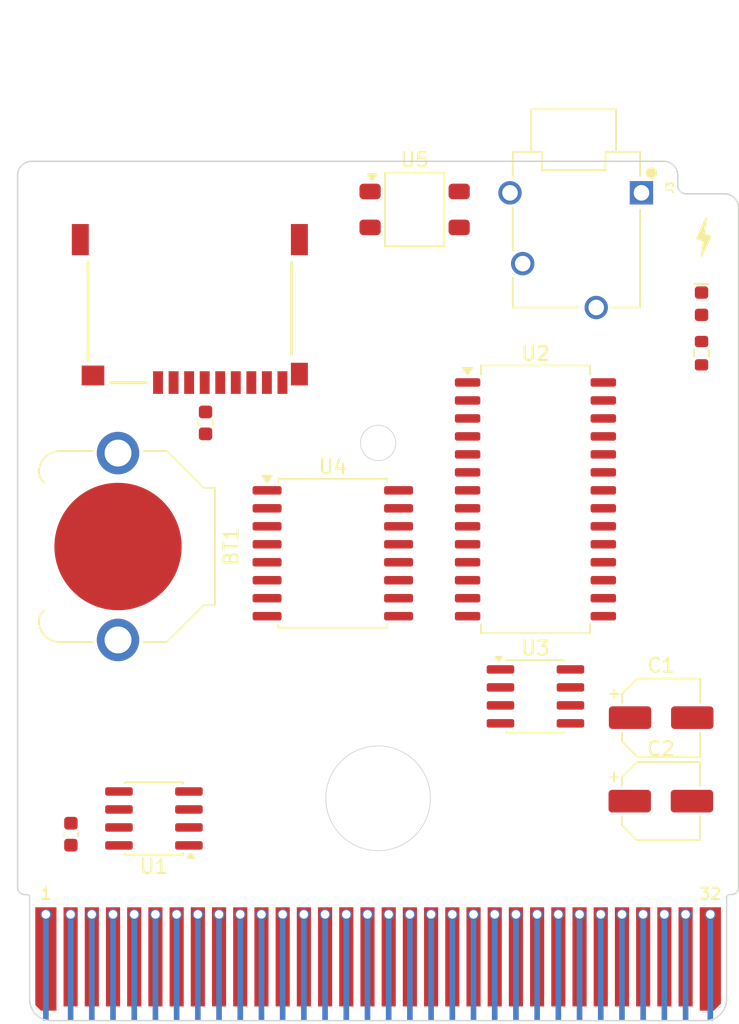
<source format=kicad_pcb>
(kicad_pcb (version 20241229) (generator "pcbnew") (generator_version "9.0")
  (layers (0 "F.Cu" signal) (2 "B.Cu" signal) (13 "F.Paste" user) (15 "B.Paste" user) (5 "F.SilkS" user "F.Silkscreen") (7 "B.SilkS" user "B.Silkscreen") (1 "F.Mask" user) (3 "B.Mask" user) (25 "Edge.Cuts" user))
  (net 0 "")
  (net 1 "SPI1_SCK")
  (net 2 "I2C0_SDA")
  (net 3 "HSTX7")
  (net 4 "I2C0_SCL")
  (net 5 "QSPI_D0")
  (net 6 "HSTX6")
  (net 7 "+5V")
  (net 8 "HSTX3")
  (net 9 "I2S_WSEL")
  (net 10 "HSTX2")
  (net 11 "ADC1")
  (net 12 "QSPI_D3")
  (net 13 "QSPI_CS")
  (net 14 "QSPI_D2")
  (net 15 "ADC0")
  (net 16 "HSTX5")
  (net 17 "I2S_MCLK")
  (net 18 "QSPI_D1")
  (net 19 "SD_CS")
  (net 20 "HSTX4")
  (net 21 "HSTX0")
  (net 22 "I2S_SDATA")
  (net 23 "SD_DETECT")
  (net 24 "???")
  (net 25 "HSTX1")
  (net 26 "SPI1_MISO")
  (net 27 "SPI1_MOSI")
  (net 28 "I2S_BCLK")
  (net 29 "QSPI_SCK")
  (net 30 "Net-(D1-A)")
  (net 31 "GND")
  (net 32 "+3V3")
  (net 75 "Net-(U4-GND-Pad10)")
  (net 89 "Net-(U5-GND-Pad1)")
  (footprint "Connector_GameBoy:GameBoy_GamePak_CGB-002_P1.50mm_Edge" (layer "F.Cu") (at 150 130.8)
    (property "Reference" "J1" (hide yes))
    (property "Value" "GameBoy_GamePak_CGB-002" (hide yes))
    (fp_poly (pts (xy -23.3 0) (xy -23.7 0) (xy -23.7 -7.2) (xy -23.3 -7.2)) (fill yes) (layer "B.Cu"))
    (fp_poly (pts (xy -21.55 0) (xy -21.95 0) (xy -21.95 -7.2) (xy -21.55 -7.2)) (fill yes) (layer "B.Cu"))
    (fp_poly (pts (xy -20.05 0) (xy -20.45 0) (xy -20.45 -7.2) (xy -20.05 -7.2)) (fill yes) (layer "B.Cu"))
    (fp_poly (pts (xy -18.55 0) (xy -18.95 0) (xy -18.95 -7.2) (xy -18.55 -7.2)) (fill yes) (layer "B.Cu"))
    (fp_poly (pts (xy -17.05 0) (xy -17.45 0) (xy -17.45 -7.2) (xy -17.05 -7.2)) (fill yes) (layer "B.Cu"))
    (fp_poly (pts (xy -15.55 0) (xy -15.95 0) (xy -15.95 -7.2) (xy -15.55 -7.2)) (fill yes) (layer "B.Cu"))
    (fp_poly (pts (xy -14.05 0) (xy -14.45 0) (xy -14.45 -7.2) (xy -14.05 -7.2)) (fill yes) (layer "B.Cu"))
    (fp_poly (pts (xy -12.55 0) (xy -12.95 0) (xy -12.95 -7.2) (xy -12.55 -7.2)) (fill yes) (layer "B.Cu"))
    (fp_poly (pts (xy -11.05 0) (xy -11.45 0) (xy -11.45 -7.2) (xy -11.05 -7.2)) (fill yes) (layer "B.Cu"))
    (fp_poly (pts (xy -9.55 0) (xy -9.95 0) (xy -9.95 -7.2) (xy -9.55 -7.2)) (fill yes) (layer "B.Cu"))
    (fp_poly (pts (xy -8.05 0) (xy -8.45 0) (xy -8.45 -7.2) (xy -8.05 -7.2)) (fill yes) (layer "B.Cu"))
    (fp_poly (pts (xy -6.55 0) (xy -6.95 0) (xy -6.95 -7.2) (xy -6.55 -7.2)) (fill yes) (layer "B.Cu"))
    (fp_poly (pts (xy -5.05 0) (xy -5.45 0) (xy -5.45 -7.2) (xy -5.05 -7.2)) (fill yes) (layer "B.Cu"))
    (fp_poly (pts (xy -3.55 0) (xy -3.95 0) (xy -3.95 -7.2) (xy -3.55 -7.2)) (fill yes) (layer "B.Cu"))
    (fp_poly (pts (xy -2.05 0) (xy -2.45 0) (xy -2.45 -7.2) (xy -2.05 -7.2)) (fill yes) (layer "B.Cu"))
    (fp_poly (pts (xy -0.55 0) (xy -0.95 0) (xy -0.95 -7.2) (xy -0.55 -7.2)) (fill yes) (layer "B.Cu"))
    (fp_poly (pts (xy 0.95 0) (xy 0.55 0) (xy 0.55 -7.2) (xy 0.95 -7.2)) (fill yes) (layer "B.Cu"))
    (fp_poly (pts (xy 2.45 0) (xy 2.05 0) (xy 2.05 -7.2) (xy 2.45 -7.2)) (fill yes) (layer "B.Cu"))
    (fp_poly (pts (xy 3.95 0) (xy 3.55 0) (xy 3.55 -7.2) (xy 3.95 -7.2)) (fill yes) (layer "B.Cu"))
    (fp_poly (pts (xy 5.45 0) (xy 5.05 0) (xy 5.05 -7.2) (xy 5.45 -7.2)) (fill yes) (layer "B.Cu"))
    (fp_poly (pts (xy 6.95 0) (xy 6.55 0) (xy 6.55 -7.2) (xy 6.95 -7.2)) (fill yes) (layer "B.Cu"))
    (fp_poly (pts (xy 8.45 0) (xy 8.05 0) (xy 8.05 -7.2) (xy 8.45 -7.2)) (fill yes) (layer "B.Cu"))
    (fp_poly (pts (xy 9.95 0) (xy 9.55 0) (xy 9.55 -7.2) (xy 9.95 -7.2)) (fill yes) (layer "B.Cu"))
    (fp_poly (pts (xy 11.45 0) (xy 11.05 0) (xy 11.05 -7.2) (xy 11.45 -7.2)) (fill yes) (layer "B.Cu"))
    (fp_poly (pts (xy 12.95 0) (xy 12.55 0) (xy 12.55 -7.2) (xy 12.95 -7.2)) (fill yes) (layer "B.Cu"))
    (fp_poly (pts (xy 14.45 0) (xy 14.05 0) (xy 14.05 -7.2) (xy 14.45 -7.2)) (fill yes) (layer "B.Cu"))
    (fp_poly (pts (xy 15.95 0) (xy 15.55 0) (xy 15.55 -7.2) (xy 15.95 -7.2)) (fill yes) (layer "B.Cu"))
    (fp_poly (pts (xy 17.45 0) (xy 17.05 0) (xy 17.05 -7.2) (xy 17.45 -7.2)) (fill yes) (layer "B.Cu"))
    (fp_poly (pts (xy 18.95 0) (xy 18.55 0) (xy 18.55 -7.2) (xy 18.95 -7.2)) (fill yes) (layer "B.Cu"))
    (fp_poly (pts (xy 20.45 0) (xy 20.05 0) (xy 20.05 -7.2) (xy 20.45 -7.2)) (fill yes) (layer "B.Cu"))
    (fp_poly (pts (xy 21.95 0) (xy 21.55 0) (xy 21.55 -7.2) (xy 21.95 -7.2)) (fill yes) (layer "B.Cu"))
    (fp_poly (pts (xy 23.7 0) (xy 23.3 0) (xy 23.3 -7.2) (xy 23.7 -7.2)) (fill yes) (layer "B.Cu"))
    (fp_text user "32" (at 23.5 -8.95 0) (layer "F.SilkS") (effects (font (size 0.8 0.8))))
    (fp_text user "1" (at -23.5 -8.95 0) (layer "F.SilkS") (effects (font (size 0.8 0.8))))
    (pad "1" thru_hole circle (at -23.5 -7.5) (size 0.8 0.8) (drill 0.6) (layers "*.Cu" "*.Mask") (net 31 "GND"))
    (pad "1" connect custom (at -23.5 -7.5) (size 0.8 0.8) (layers "F.Cu") (net 31 "GND") (options (clearance outline) (anchor rect)) (primitives (gr_poly (pts (xy -0.75 6.4) (xy -0.75 -0.5) (xy 0.75 -0.5) (xy 0.75 6.8) (xy -0.35 6.8)) (width 0) (fill yes))))
    (pad "2" thru_hole circle (at -21.75 -7.5) (size 0.8 0.8) (drill 0.6) (layers "*.Cu" "*.Mask") (net 12 "QSPI_D3"))
    (pad "2" connect custom (at -21.75 -7.5) (size 0.8 0.8) (layers "F.Cu") (net 12 "QSPI_D3") (options (clearance outline) (anchor rect)) (primitives (gr_poly (pts (xy 0.5 6.5) (xy -0.5 6.5) (xy -0.5 -0.5) (xy 0.5 -0.5)) (width 0) (fill yes))))
    (pad "3" thru_hole circle (at -20.25 -7.5) (size 0.8 0.8) (drill 0.6) (layers "*.Cu" "*.Mask") (net 29 "QSPI_SCK"))
    (pad "3" connect custom (at -20.25 -7.5) (size 0.8 0.8) (layers "F.Cu") (net 29 "QSPI_SCK") (options (clearance outline) (anchor rect)) (primitives (gr_poly (pts (xy 0.5 6.5) (xy -0.5 6.5) (xy -0.5 -0.5) (xy 0.5 -0.5)) (width 0) (fill yes))))
    (pad "4" thru_hole circle (at -18.75 -7.5) (size 0.8 0.8) (drill 0.6) (layers "*.Cu" "*.Mask") (net 5 "QSPI_D0"))
    (pad "4" connect custom (at -18.75 -7.5) (size 0.8 0.8) (layers "F.Cu") (net 5 "QSPI_D0") (options (clearance outline) (anchor rect)) (primitives (gr_poly (pts (xy 0.5 6.5) (xy -0.5 6.5) (xy -0.5 -0.5) (xy 0.5 -0.5)) (width 0) (fill yes))))
    (pad "5" thru_hole circle (at -17.25 -7.5) (size 0.8 0.8) (drill 0.6) (layers "*.Cu" "*.Mask") (net 14 "QSPI_D2"))
    (pad "5" connect custom (at -17.25 -7.5) (size 0.8 0.8) (layers "F.Cu") (net 14 "QSPI_D2") (options (clearance outline) (anchor rect)) (primitives (gr_poly (pts (xy 0.5 6.5) (xy -0.5 6.5) (xy -0.5 -0.5) (xy 0.5 -0.5)) (width 0) (fill yes))))
    (pad "6" thru_hole circle (at -15.75 -7.5) (size 0.8 0.8) (drill 0.6) (layers "*.Cu" "*.Mask") (net 18 "QSPI_D1"))
    (pad "6" connect custom (at -15.75 -7.5) (size 0.8 0.8) (layers "F.Cu") (net 18 "QSPI_D1") (options (clearance outline) (anchor rect)) (primitives (gr_poly (pts (xy 0.5 6.5) (xy -0.5 6.5) (xy -0.5 -0.5) (xy 0.5 -0.5)) (width 0) (fill yes))))
    (pad "7" thru_hole circle (at -14.25 -7.5) (size 0.8 0.8) (drill 0.6) (layers "*.Cu" "*.Mask") (net 13 "QSPI_CS"))
    (pad "7" connect custom (at -14.25 -7.5) (size 0.8 0.8) (layers "F.Cu") (net 13 "QSPI_CS") (options (clearance outline) (anchor rect)) (primitives (gr_poly (pts (xy 0.5 6.5) (xy -0.5 6.5) (xy -0.5 -0.5) (xy 0.5 -0.5)) (width 0) (fill yes))))
    (pad "8" thru_hole circle (at -12.75 -7.5) (size 0.8 0.8) (drill 0.6) (layers "*.Cu" "*.Mask") (net 23 "SD_DETECT"))
    (pad "8" connect custom (at -12.75 -7.5) (size 0.8 0.8) (layers "F.Cu") (net 23 "SD_DETECT") (options (clearance outline) (anchor rect)) (primitives (gr_poly (pts (xy 0.5 6.5) (xy -0.5 6.5) (xy -0.5 -0.5) (xy 0.5 -0.5)) (width 0) (fill yes))))
    (pad "9" thru_hole circle (at -11.25 -7.5) (size 0.8 0.8) (drill 0.6) (layers "*.Cu" "*.Mask") (net 19 "SD_CS"))
    (pad "9" connect custom (at -11.25 -7.5) (size 0.8 0.8) (layers "F.Cu") (net 19 "SD_CS") (options (clearance outline) (anchor rect)) (primitives (gr_poly (pts (xy 0.5 6.5) (xy -0.5 6.5) (xy -0.5 -0.5) (xy 0.5 -0.5)) (width 0) (fill yes))))
    (pad "10" thru_hole circle (at -9.75 -7.5) (size 0.8 0.8) (drill 0.6) (layers "*.Cu" "*.Mask") (net 11 "ADC1"))
    (pad "10" connect custom (at -9.75 -7.5) (size 0.8 0.8) (layers "F.Cu") (net 11 "ADC1") (options (clearance outline) (anchor rect)) (primitives (gr_poly (pts (xy 0.5 6.5) (xy -0.5 6.5) (xy -0.5 -0.5) (xy 0.5 -0.5)) (width 0) (fill yes))))
    (pad "11" thru_hole circle (at -8.25 -7.5) (size 0.8 0.8) (drill 0.6) (layers "*.Cu" "*.Mask") (net 15 "ADC0"))
    (pad "11" connect custom (at -8.25 -7.5) (size 0.8 0.8) (layers "F.Cu") (net 15 "ADC0") (options (clearance outline) (anchor rect)) (primitives (gr_poly (pts (xy 0.5 6.5) (xy -0.5 6.5) (xy -0.5 -0.5) (xy 0.5 -0.5)) (width 0) (fill yes))))
    (pad "12" thru_hole circle (at -6.75 -7.5) (size 0.8 0.8) (drill 0.6) (layers "*.Cu" "*.Mask") (net 1 "SPI1_SCK"))
    (pad "12" connect custom (at -6.75 -7.5) (size 0.8 0.8) (layers "F.Cu") (net 1 "SPI1_SCK") (options (clearance outline) (anchor rect)) (primitives (gr_poly (pts (xy 0.5 6.5) (xy -0.5 6.5) (xy -0.5 -0.5) (xy 0.5 -0.5)) (width 0) (fill yes))))
    (pad "13" thru_hole circle (at -5.25 -7.5) (size 0.8 0.8) (drill 0.6) (layers "*.Cu" "*.Mask") (net 27 "SPI1_MOSI"))
    (pad "13" connect custom (at -5.25 -7.5) (size 0.8 0.8) (layers "F.Cu") (net 27 "SPI1_MOSI") (options (clearance outline) (anchor rect)) (primitives (gr_poly (pts (xy 0.5 6.5) (xy -0.5 6.5) (xy -0.5 -0.5) (xy 0.5 -0.5)) (width 0) (fill yes))))
    (pad "14" thru_hole circle (at -3.75 -7.5) (size 0.8 0.8) (drill 0.6) (layers "*.Cu" "*.Mask") (net 26 "SPI1_MISO"))
    (pad "14" connect custom (at -3.75 -7.5) (size 0.8 0.8) (layers "F.Cu") (net 26 "SPI1_MISO") (options (clearance outline) (anchor rect)) (primitives (gr_poly (pts (xy 0.5 6.5) (xy -0.5 6.5) (xy -0.5 -0.5) (xy 0.5 -0.5)) (width 0) (fill yes))))
    (pad "15" thru_hole circle (at -2.25 -7.5) (size 0.8 0.8) (drill 0.6) (layers "*.Cu" "*.Mask") (net 21 "HSTX0"))
    (pad "15" connect custom (at -2.25 -7.5) (size 0.8 0.8) (layers "F.Cu") (net 21 "HSTX0") (options (clearance outline) (anchor rect)) (primitives (gr_poly (pts (xy 0.5 6.5) (xy -0.5 6.5) (xy -0.5 -0.5) (xy 0.5 -0.5)) (width 0) (fill yes))))
    (pad "16" thru_hole circle (at -0.75 -7.5) (size 0.8 0.8) (drill 0.6) (layers "*.Cu" "*.Mask") (net 25 "HSTX1"))
    (pad "16" connect custom (at -0.75 -7.5) (size 0.8 0.8) (layers "F.Cu") (net 25 "HSTX1") (options (clearance outline) (anchor rect)) (primitives (gr_poly (pts (xy 0.5 6.5) (xy -0.5 6.5) (xy -0.5 -0.5) (xy 0.5 -0.5)) (width 0) (fill yes))))
    (pad "17" thru_hole circle (at 0.75 -7.5) (size 0.8 0.8) (drill 0.6) (layers "*.Cu" "*.Mask") (net 10 "HSTX2"))
    (pad "17" connect custom (at 0.75 -7.5) (size 0.8 0.8) (layers "F.Cu") (net 10 "HSTX2") (options (clearance outline) (anchor rect)) (primitives (gr_poly (pts (xy 0.5 6.5) (xy -0.5 6.5) (xy -0.5 -0.5) (xy 0.5 -0.5)) (width 0) (fill yes))))
    (pad "18" thru_hole circle (at 2.25 -7.5) (size 0.8 0.8) (drill 0.6) (layers "*.Cu" "*.Mask") (net 8 "HSTX3"))
    (pad "18" connect custom (at 2.25 -7.5) (size 0.8 0.8) (layers "F.Cu") (net 8 "HSTX3") (options (clearance outline) (anchor rect)) (primitives (gr_poly (pts (xy 0.5 6.5) (xy -0.5 6.5) (xy -0.5 -0.5) (xy 0.5 -0.5)) (width 0) (fill yes))))
    (pad "19" thru_hole circle (at 3.75 -7.5) (size 0.8 0.8) (drill 0.6) (layers "*.Cu" "*.Mask") (net 20 "HSTX4"))
    (pad "19" connect custom (at 3.75 -7.5) (size 0.8 0.8) (layers "F.Cu") (net 20 "HSTX4") (options (clearance outline) (anchor rect)) (primitives (gr_poly (pts (xy 0.5 6.5) (xy -0.5 6.5) (xy -0.5 -0.5) (xy 0.5 -0.5)) (width 0) (fill yes))))
    (pad "20" thru_hole circle (at 5.25 -7.5) (size 0.8 0.8) (drill 0.6) (layers "*.Cu" "*.Mask") (net 16 "HSTX5"))
    (pad "20" connect custom (at 5.25 -7.5) (size 0.8 0.8) (layers "F.Cu") (net 16 "HSTX5") (options (clearance outline) (anchor rect)) (primitives (gr_poly (pts (xy 0.5 6.5) (xy -0.5 6.5) (xy -0.5 -0.5) (xy 0.5 -0.5)) (width 0) (fill yes))))
    (pad "21" thru_hole circle (at 6.75 -7.5) (size 0.8 0.8) (drill 0.6) (layers "*.Cu" "*.Mask") (net 6 "HSTX6"))
    (pad "21" connect custom (at 6.75 -7.5) (size 0.8 0.8) (layers "F.Cu") (net 6 "HSTX6") (options (clearance outline) (anchor rect)) (primitives (gr_poly (pts (xy 0.5 6.5) (xy -0.5 6.5) (xy -0.5 -0.5) (xy 0.5 -0.5)) (width 0) (fill yes))))
    (pad "22" thru_hole circle (at 8.25 -7.5) (size 0.8 0.8) (drill 0.6) (layers "*.Cu" "*.Mask") (net 3 "HSTX7"))
    (pad "22" connect custom (at 8.25 -7.5) (size 0.8 0.8) (layers "F.Cu") (net 3 "HSTX7") (options (clearance outline) (anchor rect)) (primitives (gr_poly (pts (xy 0.5 6.5) (xy -0.5 6.5) (xy -0.5 -0.5) (xy 0.5 -0.5)) (width 0) (fill yes))))
    (pad "23" thru_hole circle (at 9.75 -7.5) (size 0.8 0.8) (drill 0.6) (layers "*.Cu" "*.Mask") (net 2 "I2C0_SDA"))
    (pad "23" connect custom (at 9.75 -7.5) (size 0.8 0.8) (layers "F.Cu") (net 2 "I2C0_SDA") (options (clearance outline) (anchor rect)) (primitives (gr_poly (pts (xy 0.5 6.5) (xy -0.5 6.5) (xy -0.5 -0.5) (xy 0.5 -0.5)) (width 0) (fill yes))))
    (pad "24" thru_hole circle (at 11.25 -7.5) (size 0.8 0.8) (drill 0.6) (layers "*.Cu" "*.Mask") (net 4 "I2C0_SCL"))
    (pad "24" connect custom (at 11.25 -7.5) (size 0.8 0.8) (layers "F.Cu") (net 4 "I2C0_SCL") (options (clearance outline) (anchor rect)) (primitives (gr_poly (pts (xy 0.5 6.5) (xy -0.5 6.5) (xy -0.5 -0.5) (xy 0.5 -0.5)) (width 0) (fill yes))))
    (pad "25" thru_hole circle (at 12.75 -7.5) (size 0.8 0.8) (drill 0.6) (layers "*.Cu" "*.Mask") (net 24 "???"))
    (pad "25" connect custom (at 12.75 -7.5) (size 0.8 0.8) (layers "F.Cu") (net 24 "???") (options (clearance outline) (anchor rect)) (primitives (gr_poly (pts (xy 0.5 6.5) (xy -0.5 6.5) (xy -0.5 -0.5) (xy 0.5 -0.5)) (width 0) (fill yes))))
    (pad "26" thru_hole circle (at 14.25 -7.5) (size 0.8 0.8) (drill 0.6) (layers "*.Cu" "*.Mask") (net 17 "I2S_MCLK"))
    (pad "26" connect custom (at 14.25 -7.5) (size 0.8 0.8) (layers "F.Cu") (net 17 "I2S_MCLK") (options (clearance outline) (anchor rect)) (primitives (gr_poly (pts (xy 0.5 6.5) (xy -0.5 6.5) (xy -0.5 -0.5) (xy 0.5 -0.5)) (width 0) (fill yes))))
    (pad "27" thru_hole circle (at 15.75 -7.5) (size 0.8 0.8) (drill 0.6) (layers "*.Cu" "*.Mask") (net 28 "I2S_BCLK"))
    (pad "27" connect custom (at 15.75 -7.5) (size 0.8 0.8) (layers "F.Cu") (net 28 "I2S_BCLK") (options (clearance outline) (anchor rect)) (primitives (gr_poly (pts (xy 0.5 6.5) (xy -0.5 6.5) (xy -0.5 -0.5) (xy 0.5 -0.5)) (width 0) (fill yes))))
    (pad "28" thru_hole circle (at 17.25 -7.5) (size 0.8 0.8) (drill 0.6) (layers "*.Cu" "*.Mask") (net 9 "I2S_WSEL"))
    (pad "28" connect custom (at 17.25 -7.5) (size 0.8 0.8) (layers "F.Cu") (net 9 "I2S_WSEL") (options (clearance outline) (anchor rect)) (primitives (gr_poly (pts (xy 0.5 6.5) (xy -0.5 6.5) (xy -0.5 -0.5) (xy 0.5 -0.5)) (width 0) (fill yes))))
    (pad "29" thru_hole circle (at 18.75 -7.5) (size 0.8 0.8) (drill 0.6) (layers "*.Cu" "*.Mask") (net 22 "I2S_SDATA"))
    (pad "29" connect custom (at 18.75 -7.5) (size 0.8 0.8) (layers "F.Cu") (net 22 "I2S_SDATA") (options (clearance outline) (anchor rect)) (primitives (gr_poly (pts (xy 0.5 6.5) (xy -0.5 6.5) (xy -0.5 -0.5) (xy 0.5 -0.5)) (width 0) (fill yes))))
    (pad "30" thru_hole circle (at 20.25 -7.5) (size 0.8 0.8) (drill 0.6) (layers "*.Cu" "*.Mask") (net 32 "+3V3"))
    (pad "30" connect custom (at 20.25 -7.5) (size 0.8 0.8) (layers "F.Cu") (net 32 "+3V3") (options (clearance outline) (anchor rect)) (primitives (gr_poly (pts (xy 0.5 6.5) (xy -0.5 6.5) (xy -0.5 -0.5) (xy 0.5 -0.5)) (width 0) (fill yes))))
    (pad "31" thru_hole circle (at 21.75 -7.5) (size 0.8 0.8) (drill 0.6) (layers "*.Cu" "*.Mask") (net 7 "+5V"))
    (pad "31" connect custom (at 21.75 -7.5) (size 0.8 0.8) (layers "F.Cu") (net 7 "+5V") (options (clearance outline) (anchor rect)) (primitives (gr_poly (pts (xy 0.5 6.5) (xy -0.5 6.5) (xy -0.5 -0.5) (xy 0.5 -0.5)) (width 0) (fill yes))))
    (pad "32" thru_hole circle (at 23.5 -7.5) (size 0.8 0.8) (drill 0.6) (layers "*.Cu" "*.Mask") (net 31 "GND"))
    (pad "32" connect custom (at 23.5 -7.5) (size 0.8 0.8) (layers "F.Cu") (net 31 "GND") (options (clearance outline) (anchor rect)) (primitives (gr_poly (pts (xy -0.75 6.8) (xy -0.75 -0.5) (xy 0.75 -0.5) (xy 0.75 6.3) (xy 0.25 6.8)) (width 0) (fill yes))))
  )
  (footprint "SparkFun-Connector:microSD_External_Pin" (layer "F.Cu") (at 136.68375 75.2325 180)
    (property "Reference" "J2")
    (property "Value" "microSD")
    (fp_line (start 7.2 -8.9) (end 7.2 -2) (stroke (width 0.2032)) (layer "F.SilkS"))
    (fp_line (start 3.1 -10.5) (end 5.6 -10.5) (stroke (width 0.2032)) (layer "F.SilkS"))
    (fp_line (start -7.2 -2) (end -7.2 -8.5) (stroke (width 0.2032)) (layer "F.SilkS"))
    (pad "" np_thru_hole circle (at -4.950001 0 180) (size 1 1) (drill 1) (layers "*.Cu" "*.Mask"))
    (pad "" np_thru_hole circle (at 3.05 0 180) (size 1 1) (drill 1) (layers "*.Cu" "*.Mask"))
    (pad "1" smd rect (at 2.25 -10.5 270) (size 1.6 0.7) (layers "F.Cu" "F.Mask" "F.Paste"))
    (pad "2" smd rect (at 1.15 -10.5 270) (size 1.6 0.7) (layers "F.Cu" "F.Mask" "F.Paste") (net 19 "SD_CS"))
    (pad "3" smd rect (at 0.05 -10.5 270) (size 1.6 0.7) (layers "F.Cu" "F.Mask" "F.Paste") (net 27 "SPI1_MOSI"))
    (pad "4" smd rect (at -1.05 -10.5 270) (size 1.6 0.7) (layers "F.Cu" "F.Mask" "F.Paste") (net 32 "+3V3"))
    (pad "5" smd rect (at -2.15 -10.5 270) (size 1.6 0.7) (layers "F.Cu" "F.Mask" "F.Paste") (net 1 "SPI1_SCK"))
    (pad "6" smd rect (at -3.25 -10.5 270) (size 1.6 0.7) (layers "F.Cu" "F.Mask" "F.Paste") (net 31 "GND"))
    (pad "7" smd rect (at -4.35 -10.5 270) (size 1.6 0.7) (layers "F.Cu" "F.Mask" "F.Paste") (net 26 "SPI1_MISO"))
    (pad "8" smd rect (at -5.45 -10.5 270) (size 1.6 0.7) (layers "F.Cu" "F.Mask" "F.Paste"))
    (pad "9" smd rect (at -6.55 -10.5 270) (size 1.6 0.7) (layers "F.Cu" "F.Mask" "F.Paste") (net 23 "SD_DETECT"))
    (pad "10" smd rect (at -7.75 -9.900001 180) (size 1.2 1.6) (layers "F.Cu" "F.Mask" "F.Paste"))
    (pad "11" smd rect (at -7.75 -0.4 180) (size 1.2 2.2) (layers "F.Cu" "F.Mask" "F.Paste"))
    (pad "12" smd rect (at 7.75 -0.4 180) (size 1.2 2.2) (layers "F.Cu" "F.Mask" "F.Paste"))
    (pad "13" smd rect (at 6.85 -10 180) (size 1.6 1.4) (layers "F.Cu" "F.Mask" "F.Paste"))
  )
  (footprint "SparkFun-Capacitor:C_0603_1608Metric" (layer "F.Cu") (at 128.27 117.63375 90)
    (property "Reference" "C7")
    (property "Value" "0.1uF")
    (fp_line (start -0.140581 -0.51) (end 0.140581 -0.51) (stroke (width 0.12)) (layer "F.SilkS"))
    (fp_line (start -0.140581 0.51) (end 0.140581 0.51) (stroke (width 0.12)) (layer "F.SilkS"))
    (pad "1" smd roundrect (at -0.775 0 90) (size 0.9 0.95) (layers "F.Cu" "F.Mask" "F.Paste") (net 32 "+3V3"))
    (pad "2" smd roundrect (at 0.775 0 90) (size 0.9 0.95) (layers "F.Cu" "F.Mask" "F.Paste") (net 31 "GND"))
  )
  (footprint "Capacitor_SMD:CP_Elec_5x3" (layer "F.Cu") (at 170 115.3)
    (property "Reference" "C2" (at 0 -3.7 0) (layer "F.SilkS"))
    (property "Value" "0.1uF")
    (fp_line (start -3.625 -1.685) (end -3 -1.685) (stroke (width 0.12)) (layer "F.SilkS"))
    (fp_line (start -3.3125 -1.9975) (end -3.3125 -1.3725) (stroke (width 0.12)) (layer "F.SilkS"))
    (fp_line (start -2.76 -1.695563) (end -2.76 -1.06) (stroke (width 0.12)) (layer "F.SilkS"))
    (fp_line (start -2.76 -1.695563) (end -1.695563 -2.76) (stroke (width 0.12)) (layer "F.SilkS"))
    (fp_line (start -2.76 1.695563) (end -2.76 1.06) (stroke (width 0.12)) (layer "F.SilkS"))
    (fp_line (start -2.76 1.695563) (end -1.695563 2.76) (stroke (width 0.12)) (layer "F.SilkS"))
    (fp_line (start -1.695563 -2.76) (end 2.76 -2.76) (stroke (width 0.12)) (layer "F.SilkS"))
    (fp_line (start -1.695563 2.76) (end 2.76 2.76) (stroke (width 0.12)) (layer "F.SilkS"))
    (fp_line (start 2.76 -2.76) (end 2.76 -1.06) (stroke (width 0.12)) (layer "F.SilkS"))
    (fp_line (start 2.76 2.76) (end 2.76 1.06) (stroke (width 0.12)) (layer "F.SilkS"))
    (pad "1" smd roundrect (at -2.2 0) (size 3 1.6) (layers "F.Cu" "F.Mask" "F.Paste") (roundrect_rratio 0.15625) (net 31 "GND"))
    (pad "2" smd roundrect (at 2.2 0) (size 3 1.6) (layers "F.Cu" "F.Mask" "F.Paste") (roundrect_rratio 0.15625) (net 7 "+5V"))
  )
  (footprint "SparkFun-LED:LED_0603_1608Metric_Green" (layer "F.Cu") (at 172.87875 80.162501 -90)
    (property "Reference" "D1")
    (property "Value" "Green")
    (fp_line (start -1.4 -0.5) (end -1.4 0.5) (stroke (width 0.12)) (layer "F.SilkS"))
    (pad "1" smd roundrect (at -0.787501 0 270) (size 0.875 0.95) (layers "F.Cu" "F.Mask" "F.Paste") (net 31 "GND"))
    (pad "2" smd roundrect (at 0.787501 0 270) (size 0.875 0.95) (layers "F.Cu" "F.Mask" "F.Paste") (net 30 "Net-(D1-A)"))
  )
  (footprint "Package_SO:SOIC-16W_7.5x10.3mm_P1.27mm" (layer "F.Cu") (at 146.7975 97.79)
    (property "Reference" "U4" (at 0 -6.1 0) (layer "F.SilkS"))
    (property "Value" "DS3231M")
    (fp_line (start -3.86 -5.26) (end 3.86 -5.26) (stroke (width 0.12)) (layer "F.SilkS"))
    (fp_line (start -3.86 -5.005) (end -3.86 -5.26) (stroke (width 0.12)) (layer "F.SilkS"))
    (fp_line (start -3.86 5.26) (end -3.86 5.005) (stroke (width 0.12)) (layer "F.SilkS"))
    (fp_line (start 3.86 -5.26) (end 3.86 -5.005) (stroke (width 0.12)) (layer "F.SilkS"))
    (fp_line (start 3.86 5.005) (end 3.86 5.26) (stroke (width 0.12)) (layer "F.SilkS"))
    (fp_line (start 3.86 5.26) (end -3.86 5.26) (stroke (width 0.12)) (layer "F.SilkS"))
    (fp_poly (pts (xy -4.65 -5.01) (xy -4.99 -5.48) (xy -4.31 -5.48)) (stroke (width 0.12)) (fill yes) (layer "F.SilkS"))
    (pad "1" smd roundrect (at -4.65 -4.445) (size 2.05 0.6) (layers "F.Cu" "F.Mask" "F.Paste"))
    (pad "2" smd roundrect (at -4.65 -3.175) (size 2.05 0.6) (layers "F.Cu" "F.Mask" "F.Paste"))
    (pad "3" smd roundrect (at -4.65 -1.905) (size 2.05 0.6) (layers "F.Cu" "F.Mask" "F.Paste"))
    (pad "4" smd roundrect (at -4.65 -0.635) (size 2.05 0.6) (layers "F.Cu" "F.Mask" "F.Paste"))
    (pad "5" smd roundrect (at -4.65 0.635) (size 2.05 0.6) (layers "F.Cu" "F.Mask" "F.Paste") (net 75 "Net-(U4-GND-Pad10)"))
    (pad "6" smd roundrect (at -4.65 1.905) (size 2.05 0.6) (layers "F.Cu" "F.Mask" "F.Paste") (net 75 "Net-(U4-GND-Pad10)"))
    (pad "7" smd roundrect (at -4.65 3.175) (size 2.05 0.6) (layers "F.Cu" "F.Mask" "F.Paste") (net 75 "Net-(U4-GND-Pad10)"))
    (pad "8" smd roundrect (at -4.65 4.445) (size 2.05 0.6) (layers "F.Cu" "F.Mask" "F.Paste") (net 75 "Net-(U4-GND-Pad10)"))
    (pad "9" smd roundrect (at 4.65 4.445) (size 2.05 0.6) (layers "F.Cu" "F.Mask" "F.Paste") (net 75 "Net-(U4-GND-Pad10)"))
    (pad "10" smd roundrect (at 4.65 3.175) (size 2.05 0.6) (layers "F.Cu" "F.Mask" "F.Paste") (net 75 "Net-(U4-GND-Pad10)"))
    (pad "11" smd roundrect (at 4.65 1.905) (size 2.05 0.6) (layers "F.Cu" "F.Mask" "F.Paste") (net 75 "Net-(U4-GND-Pad10)"))
    (pad "12" smd roundrect (at 4.65 0.635) (size 2.05 0.6) (layers "F.Cu" "F.Mask" "F.Paste") (net 75 "Net-(U4-GND-Pad10)"))
    (pad "13" smd roundrect (at 4.65 -0.635) (size 2.05 0.6) (layers "F.Cu" "F.Mask" "F.Paste") (net 75 "Net-(U4-GND-Pad10)"))
    (pad "14" smd roundrect (at 4.65 -1.905) (size 2.05 0.6) (layers "F.Cu" "F.Mask" "F.Paste"))
    (pad "15" smd roundrect (at 4.65 -3.175) (size 2.05 0.6) (layers "F.Cu" "F.Mask" "F.Paste"))
    (pad "16" smd roundrect (at 4.65 -4.445) (size 2.05 0.6) (layers "F.Cu" "F.Mask" "F.Paste"))
  )
  (footprint "Capacitor_SMD:CP_Elec_5x3" (layer "F.Cu") (at 170.0225 109.4025)
    (property "Reference" "C1" (at 0 -3.7 0) (layer "F.SilkS"))
    (property "Value" "0.1uF")
    (fp_line (start -3.625 -1.685) (end -3 -1.685) (stroke (width 0.12)) (layer "F.SilkS"))
    (fp_line (start -3.3125 -1.9975) (end -3.3125 -1.3725) (stroke (width 0.12)) (layer "F.SilkS"))
    (fp_line (start -2.76 -1.695563) (end -2.76 -1.06) (stroke (width 0.12)) (layer "F.SilkS"))
    (fp_line (start -2.76 -1.695563) (end -1.695563 -2.76) (stroke (width 0.12)) (layer "F.SilkS"))
    (fp_line (start -2.76 1.695563) (end -2.76 1.06) (stroke (width 0.12)) (layer "F.SilkS"))
    (fp_line (start -2.76 1.695563) (end -1.695563 2.76) (stroke (width 0.12)) (layer "F.SilkS"))
    (fp_line (start -1.695563 -2.76) (end 2.76 -2.76) (stroke (width 0.12)) (layer "F.SilkS"))
    (fp_line (start -1.695563 2.76) (end 2.76 2.76) (stroke (width 0.12)) (layer "F.SilkS"))
    (fp_line (start 2.76 -2.76) (end 2.76 -1.06) (stroke (width 0.12)) (layer "F.SilkS"))
    (fp_line (start 2.76 2.76) (end 2.76 1.06) (stroke (width 0.12)) (layer "F.SilkS"))
    (pad "1" smd roundrect (at -2.2 0) (size 3 1.6) (layers "F.Cu" "F.Mask" "F.Paste") (roundrect_rratio 0.15625) (net 31 "GND"))
    (pad "2" smd roundrect (at 2.2 0) (size 3 1.6) (layers "F.Cu" "F.Mask" "F.Paste") (roundrect_rratio 0.15625) (net 32 "+3V3"))
  )
  (footprint "Battery:BatteryHolder_Keystone_3001_1x12mm" (layer "F.Cu") (at 131.60375 97.31375 -90)
    (property "Reference" "BT1" (at 0 -8 270) (layer "F.SilkS"))
    (property "Value" "Battery_Cell")
    (fp_line (start -6.75 1.8) (end -6.75 4.1) (stroke (width 0.12)) (layer "F.SilkS"))
    (fp_line (start 6.75 1.8) (end 6.75 4.1) (stroke (width 0.12)) (layer "F.SilkS"))
    (fp_line (start -6.75 -1.8) (end -6.75 -3.45) (stroke (width 0.12)) (layer "F.SilkS"))
    (fp_line (start -6.75 -3.45) (end -4.15 -6.05) (stroke (width 0.12)) (layer "F.SilkS"))
    (fp_line (start 6.75 -3.45) (end 6.75 -1.8) (stroke (width 0.12)) (layer "F.SilkS"))
    (fp_line (start -4.15 -6.05) (end -4.15 -6.85) (stroke (width 0.12)) (layer "F.SilkS"))
    (fp_line (start 4.15 -6.05) (end 6.75 -3.45) (stroke (width 0.12)) (layer "F.SilkS"))
    (fp_line (start -4.15 -6.85) (end 4.15 -6.85) (stroke (width 0.12)) (layer "F.SilkS"))
    (fp_line (start 4.15 -6.85) (end 4.15 -6.05) (stroke (width 0.12)) (layer "F.SilkS"))
    (fp_arc (start -5.3 5.6) (mid -6.32849 5.143374) (end -6.75 4.1) (stroke (width 0.12)) (layer "F.SilkS"))
    (fp_arc (start 5.3 5.6) (mid 4.853425 5.493151) (end 4.5 5.2) (stroke (width 0.12)) (layer "F.SilkS"))
    (fp_arc (start -4.5 5.2) (mid -4.90584 5.514615) (end -5.414615 5.58416) (stroke (width 0.12)) (layer "F.SilkS"))
    (fp_arc (start 6.75 4.1) (mid 6.328491 5.143375) (end 5.3 5.6) (stroke (width 0.12)) (layer "F.SilkS"))
    (pad "1" thru_hole circle (at -6.6 0 270) (size 3 3) (drill 1.9) (layers "*.Cu" "*.Mask"))
    (pad "1" thru_hole circle (at 6.6 0 270) (size 3 3) (drill 1.9) (layers "*.Cu" "*.Mask"))
    (pad "2" smd circle (at 0 0 270) (size 9 9) (layers "F.Cu" "F.Mask"))
  )
  (footprint "SparkFun-Resistor:R_0603_1608Metric" (layer "F.Cu") (at 172.87875 83.655001 -90)
    (property "Reference" "R1")
    (property "Value" "470")
    (fp_line (start -0.237258 0.5225) (end 0.237258 0.5225) (stroke (width 0.12)) (layer "F.SilkS"))
    (fp_line (start -0.237258 -0.5225) (end 0.237258 -0.5225) (stroke (width 0.12)) (layer "F.SilkS"))
    (pad "1" smd roundrect (at -0.825 0 270) (size 0.8 0.95) (layers "F.Cu" "F.Mask" "F.Paste") (net 30 "Net-(D1-A)"))
    (pad "2" smd roundrect (at 0.825 0 270) (size 0.8 0.95) (layers "F.Cu" "F.Mask" "F.Paste") (net 32 "+3V3"))
  )
  (footprint "SJ_43514:SJ_43514" (layer "F.Cu") (at 163.83 74.93 -90)
    (property "Reference" "J3" (at -2.979703 -6.81327 90) (layer "F.SilkS") (effects (font (size 0.480598 0.480598) (thickness 0.12015))))
    (property "Value" "SJ-43514")
    (fp_line (start -5.5 4.3) (end -3.75 4.3) (stroke (width 0.127)) (layer "F.SilkS"))
    (fp_line (start 1.5 4.3) (end -1.55 4.3) (stroke (width 0.127)) (layer "F.SilkS"))
    (fp_line (start 5.5 4.3) (end 3.4 4.3) (stroke (width 0.127)) (layer "F.SilkS"))
    (fp_line (start -8.5 3) (end -8.5 -3) (stroke (width 0.127)) (layer "F.SilkS"))
    (fp_line (start -5.5 3) (end -5.5 4.3) (stroke (width 0.127)) (layer "F.SilkS"))
    (fp_line (start -5.5 3) (end -8.5 3) (stroke (width 0.127)) (layer "F.SilkS"))
    (fp_line (start -5.5 2.25) (end -5.5 3) (stroke (width 0.127)) (layer "F.SilkS"))
    (fp_line (start -4.2 2.25) (end -5.5 2.25) (stroke (width 0.127)) (layer "F.SilkS"))
    (fp_line (start 5.5 -0.35) (end 5.5 4.3) (stroke (width 0.127)) (layer "F.SilkS"))
    (fp_line (start -5.5 -2.25) (end -4.2 -2.25) (stroke (width 0.127)) (layer "F.SilkS"))
    (fp_line (start -4.2 -2.25) (end -4.2 2.25) (stroke (width 0.127)) (layer "F.SilkS"))
    (fp_line (start -8.5 -3) (end -5.5 -3) (stroke (width 0.127)) (layer "F.SilkS"))
    (fp_line (start -5.5 -3) (end -5.5 -2.25) (stroke (width 0.127)) (layer "F.SilkS"))
    (fp_line (start -1.4 -4.699999) (end 5.5 -4.7) (stroke (width 0.127)) (layer "F.SilkS"))
    (fp_line (start -5.5 -4.7) (end -5.5 -3) (stroke (width 0.127)) (layer "F.SilkS"))
    (fp_line (start -3.8 -4.7) (end -5.5 -4.7) (stroke (width 0.127)) (layer "F.SilkS"))
    (fp_line (start 5.5 -4.7) (end 5.5 -2.7) (stroke (width 0.127)) (layer "F.SilkS"))
    (fp_circle (center -4 -5.5) (end -3.8 -5.5) (stroke (width 0.4)) (fill no) (layer "F.SilkS"))
    (pad "" np_thru_hole circle (at -2.600001 0 270) (size 1.1 1.1) (drill 1.1) (layers "*.Cu" "*.Mask"))
    (pad "" np_thru_hole circle (at 2.4 0 270) (size 1.1 1.1) (drill 1.1) (layers "*.Cu" "*.Mask"))
    (pad "1" thru_hole rect (at -2.6 -4.8 270) (size 1.65 1.65) (drill 1.1) (layers "*.Cu" "*.Mask"))
    (pad "2" thru_hole circle (at 2.4 3.6 270) (size 1.65 1.65) (drill 1.1) (layers "*.Cu" "*.Mask"))
    (pad "3" thru_hole circle (at 5.5 -1.6 270) (size 1.65 1.65) (drill 1.1) (layers "*.Cu" "*.Mask"))
    (pad "4" thru_hole circle (at -2.6 4.5 270) (size 1.65 1.65) (drill 1.1) (layers "*.Cu" "*.Mask"))
  )
  (footprint "Package_SO:SOIC-8_3.9x4.9mm_P1.27mm" (layer "F.Cu") (at 161.13125 107.9)
    (property "Reference" "U3" (at 0 -3.4 0) (layer "F.SilkS"))
    (property "Value" "FM24C64B")
    (fp_line (start -2.06 -2.56) (end 2.06 -2.56) (stroke (width 0.12)) (layer "F.SilkS"))
    (fp_line (start -2.06 -2.465) (end -2.06 -2.56) (stroke (width 0.12)) (layer "F.SilkS"))
    (fp_line (start -2.06 2.56) (end -2.06 2.465) (stroke (width 0.12)) (layer "F.SilkS"))
    (fp_line (start 2.06 -2.56) (end 2.06 -2.465) (stroke (width 0.12)) (layer "F.SilkS"))
    (fp_line (start 2.06 2.465) (end 2.06 2.56) (stroke (width 0.12)) (layer "F.SilkS"))
    (fp_line (start 2.06 2.56) (end -2.06 2.56) (stroke (width 0.12)) (layer "F.SilkS"))
    (fp_poly (pts (xy -2.6 -2.47) (xy -2.84 -2.8) (xy -2.36 -2.8)) (stroke (width 0.12)) (fill yes) (layer "F.SilkS"))
    (pad "1" smd roundrect (at -2.475 -1.905) (size 1.95 0.6) (layers "F.Cu" "F.Mask" "F.Paste"))
    (pad "2" smd roundrect (at -2.475 -0.635) (size 1.95 0.6) (layers "F.Cu" "F.Mask" "F.Paste"))
    (pad "3" smd roundrect (at -2.475 0.635) (size 1.95 0.6) (layers "F.Cu" "F.Mask" "F.Paste"))
    (pad "4" smd roundrect (at -2.475 1.905) (size 1.95 0.6) (layers "F.Cu" "F.Mask" "F.Paste"))
    (pad "5" smd roundrect (at 2.475 1.905) (size 1.95 0.6) (layers "F.Cu" "F.Mask" "F.Paste"))
    (pad "6" smd roundrect (at 2.475 0.635) (size 1.95 0.6) (layers "F.Cu" "F.Mask" "F.Paste"))
    (pad "7" smd roundrect (at 2.475 -0.635) (size 1.95 0.6) (layers "F.Cu" "F.Mask" "F.Paste"))
    (pad "8" smd roundrect (at 2.475 -1.905) (size 1.95 0.6) (layers "F.Cu" "F.Mask" "F.Paste"))
  )
  (footprint "OptoDevice:Everlight_IRM-H6xxT" (layer "F.Cu") (at 152.58375 73.50125)
    (property "Reference" "U5" (at 0 -3.5 0) (layer "F.SilkS"))
    (property "Value" "IRM-H6xxT")
    (fp_line (start -2.1 -2.6) (end 2.1 -2.6) (stroke (width 0.12)) (layer "F.SilkS"))
    (fp_line (start -2.1 2.6) (end -2.1 -2.6) (stroke (width 0.12)) (layer "F.SilkS"))
    (fp_line (start 2.1 -2.6) (end 2.1 2.6) (stroke (width 0.12)) (layer "F.SilkS"))
    (fp_line (start 2.1 2.6) (end -2.1 2.6) (stroke (width 0.12)) (layer "F.SilkS"))
    (fp_poly (pts (xy -3.3 -2.5) (xy -2.7 -2.5) (xy -3 -2)) (stroke (width 0.12)) (fill yes) (layer "F.SilkS"))
    (pad "1" smd roundrect (at -3.15 -1.27) (size 1.5 1.1) (layers "F.Cu" "F.Mask" "F.Paste") (net 89 "Net-(U5-GND-Pad1)"))
    (pad "2" smd roundrect (at -3.15 1.27) (size 1.5 1.1) (layers "F.Cu" "F.Mask" "F.Paste") (net 89 "Net-(U5-GND-Pad1)"))
    (pad "3" smd roundrect (at 3.15 1.27) (size 1.5 1.1) (layers "F.Cu" "F.Mask" "F.Paste"))
    (pad "4" smd roundrect (at 3.15 -1.27) (size 1.5 1.1) (layers "F.Cu" "F.Mask" "F.Paste"))
  )
  (footprint "SparkFun-Capacitor:C_0603_1608Metric" (layer "F.Cu") (at 137.795 88.5825 -90)
    (property "Reference" "C6")
    (property "Value" "0.1uF")
    (fp_line (start -0.140581 0.51) (end 0.140581 0.51) (stroke (width 0.12)) (layer "F.SilkS"))
    (fp_line (start -0.140581 -0.51) (end 0.140581 -0.51) (stroke (width 0.12)) (layer "F.SilkS"))
    (pad "1" smd roundrect (at -0.775 0 270) (size 0.9 0.95) (layers "F.Cu" "F.Mask" "F.Paste") (net 32 "+3V3"))
    (pad "2" smd roundrect (at 0.775 0 270) (size 0.9 0.95) (layers "F.Cu" "F.Mask" "F.Paste") (net 31 "GND"))
  )
  (footprint "Package_SO:SOIC-28W_7.5x18.7mm_P1.27mm" (layer "F.Cu") (at 161.13125 93.98)
    (property "Reference" "U2" (at 0 -10.3 0) (layer "F.SilkS"))
    (property "Value" "AK5394AVS")
    (fp_line (start -3.86 -9.46) (end 3.86 -9.46) (stroke (width 0.12)) (layer "F.SilkS"))
    (fp_line (start -3.86 -8.815) (end -3.86 -9.46) (stroke (width 0.12)) (layer "F.SilkS"))
    (fp_line (start -3.86 9.46) (end -3.86 8.815) (stroke (width 0.12)) (layer "F.SilkS"))
    (fp_line (start 3.86 -9.46) (end 3.86 -8.815) (stroke (width 0.12)) (layer "F.SilkS"))
    (fp_line (start 3.86 8.815) (end 3.86 9.46) (stroke (width 0.12)) (layer "F.SilkS"))
    (fp_line (start 3.86 9.46) (end -3.86 9.46) (stroke (width 0.12)) (layer "F.SilkS"))
    (fp_poly (pts (xy -4.81 -8.82) (xy -5.15 -9.29) (xy -4.47 -9.29)) (stroke (width 0.12)) (fill yes) (layer "F.SilkS"))
    (pad "1" smd roundrect (at -4.8 -8.255) (size 1.8 0.6) (layers "F.Cu" "F.Mask" "F.Paste"))
    (pad "2" smd roundrect (at -4.8 -6.985) (size 1.8 0.6) (layers "F.Cu" "F.Mask" "F.Paste"))
    (pad "3" smd roundrect (at -4.8 -5.715) (size 1.8 0.6) (layers "F.Cu" "F.Mask" "F.Paste"))
    (pad "4" smd roundrect (at -4.8 -4.445) (size 1.8 0.6) (layers "F.Cu" "F.Mask" "F.Paste"))
    (pad "5" smd roundrect (at -4.8 -3.175) (size 1.8 0.6) (layers "F.Cu" "F.Mask" "F.Paste"))
    (pad "6" smd roundrect (at -4.8 -1.905) (size 1.8 0.6) (layers "F.Cu" "F.Mask" "F.Paste"))
    (pad "7" smd roundrect (at -4.8 -0.635) (size 1.8 0.6) (layers "F.Cu" "F.Mask" "F.Paste"))
    (pad "8" smd roundrect (at -4.8 0.635) (size 1.8 0.6) (layers "F.Cu" "F.Mask" "F.Paste"))
    (pad "9" smd roundrect (at -4.8 1.905) (size 1.8 0.6) (layers "F.Cu" "F.Mask" "F.Paste"))
    (pad "10" smd roundrect (at -4.8 3.175) (size 1.8 0.6) (layers "F.Cu" "F.Mask" "F.Paste"))
    (pad "11" smd roundrect (at -4.8 4.445) (size 1.8 0.6) (layers "F.Cu" "F.Mask" "F.Paste"))
    (pad "12" smd roundrect (at -4.8 5.715) (size 1.8 0.6) (layers "F.Cu" "F.Mask" "F.Paste"))
    (pad "13" smd roundrect (at -4.8 6.985) (size 1.8 0.6) (layers "F.Cu" "F.Mask" "F.Paste"))
    (pad "14" smd roundrect (at -4.8 8.255) (size 1.8 0.6) (layers "F.Cu" "F.Mask" "F.Paste"))
    (pad "15" smd roundrect (at 4.8 8.255) (size 1.8 0.6) (layers "F.Cu" "F.Mask" "F.Paste"))
    (pad "16" smd roundrect (at 4.8 6.985) (size 1.8 0.6) (layers "F.Cu" "F.Mask" "F.Paste"))
    (pad "17" smd roundrect (at 4.8 5.715) (size 1.8 0.6) (layers "F.Cu" "F.Mask" "F.Paste"))
    (pad "18" smd roundrect (at 4.8 4.445) (size 1.8 0.6) (layers "F.Cu" "F.Mask" "F.Paste"))
    (pad "19" smd roundrect (at 4.8 3.175) (size 1.8 0.6) (layers "F.Cu" "F.Mask" "F.Paste"))
    (pad "20" smd roundrect (at 4.8 1.905) (size 1.8 0.6) (layers "F.Cu" "F.Mask" "F.Paste"))
    (pad "21" smd roundrect (at 4.8 0.635) (size 1.8 0.6) (layers "F.Cu" "F.Mask" "F.Paste"))
    (pad "22" smd roundrect (at 4.8 -0.635) (size 1.8 0.6) (layers "F.Cu" "F.Mask" "F.Paste"))
    (pad "23" smd roundrect (at 4.8 -1.905) (size 1.8 0.6) (layers "F.Cu" "F.Mask" "F.Paste"))
    (pad "24" smd roundrect (at 4.8 -3.175) (size 1.8 0.6) (layers "F.Cu" "F.Mask" "F.Paste"))
    (pad "25" smd roundrect (at 4.8 -4.445) (size 1.8 0.6) (layers "F.Cu" "F.Mask" "F.Paste"))
    (pad "26" smd roundrect (at 4.8 -5.715) (size 1.8 0.6) (layers "F.Cu" "F.Mask" "F.Paste"))
    (pad "27" smd roundrect (at 4.8 -6.985) (size 1.8 0.6) (layers "F.Cu" "F.Mask" "F.Paste"))
    (pad "28" smd roundrect (at 4.8 -8.255) (size 1.8 0.6) (layers "F.Cu" "F.Mask" "F.Paste"))
  )
  (footprint "Package_SO:SOIC-8_3.9x4.9mm_P1.27mm" (layer "F.Cu") (at 134.14375 116.5225 180)
    (property "Reference" "U1" (at 0 -3.4 180) (layer "F.SilkS"))
    (property "Value" "APS1604M-3SQRx-SN")
    (fp_line (start 2.06 2.56) (end -2.06 2.56) (stroke (width 0.12)) (layer "F.SilkS"))
    (fp_line (start 2.06 2.465) (end 2.06 2.56) (stroke (width 0.12)) (layer "F.SilkS"))
    (fp_line (start 2.06 -2.56) (end 2.06 -2.465) (stroke (width 0.12)) (layer "F.SilkS"))
    (fp_line (start -2.06 2.56) (end -2.06 2.465) (stroke (width 0.12)) (layer "F.SilkS"))
    (fp_line (start -2.06 -2.465) (end -2.06 -2.56) (stroke (width 0.12)) (layer "F.SilkS"))
    (fp_line (start -2.06 -2.56) (end 2.06 -2.56) (stroke (width 0.12)) (layer "F.SilkS"))
    (fp_poly (pts (xy -2.6 -2.47) (xy -2.84 -2.8) (xy -2.36 -2.8)) (stroke (width 0.12)) (fill yes) (layer "F.SilkS"))
    (pad "1" smd roundrect (at -2.475 -1.905 180) (size 1.95 0.6) (layers "F.Cu" "F.Mask" "F.Paste") (net 13 "QSPI_CS"))
    (pad "2" smd roundrect (at -2.475 -0.635 180) (size 1.95 0.6) (layers "F.Cu" "F.Mask" "F.Paste") (net 18 "QSPI_D1"))
    (pad "3" smd roundrect (at -2.475 0.635 180) (size 1.95 0.6) (layers "F.Cu" "F.Mask" "F.Paste") (net 14 "QSPI_D2"))
    (pad "4" smd roundrect (at -2.475 1.905 180) (size 1.95 0.6) (layers "F.Cu" "F.Mask" "F.Paste") (net 31 "GND"))
    (pad "5" smd roundrect (at 2.475 1.905 180) (size 1.95 0.6) (layers "F.Cu" "F.Mask" "F.Paste") (net 5 "QSPI_D0"))
    (pad "6" smd roundrect (at 2.475 0.635 180) (size 1.95 0.6) (layers "F.Cu" "F.Mask" "F.Paste") (net 29 "QSPI_SCK"))
    (pad "7" smd roundrect (at 2.475 -0.635 180) (size 1.95 0.6) (layers "F.Cu" "F.Mask" "F.Paste") (net 12 "QSPI_D3"))
    (pad "8" smd roundrect (at 2.475 -1.905 180) (size 1.95 0.6) (layers "F.Cu" "F.Mask" "F.Paste") (net 32 "+3V3"))
  )
  (gr_poly (pts (xy 173.19625 74.130001) (xy 172.56125 75.558751) (xy 173.0375 75.717501) (xy 172.87875 76.828751) (xy 173.51375 75.400001) (xy 173.0375 75.241251)) (stroke (width 0.12)) (fill yes) (layer "F.SilkS"))
  (gr_circle (center 150 90) (end 151.25 90) (stroke (width 0.05)) (fill no) (layer "Edge.Cuts"))
  (gr_circle (center 150 115.1) (end 153.7 115.1) (stroke (width 0.05)) (fill no) (layer "Edge.Cuts"))
  (gr_poly (pts (xy 175.5 73.4) (xy 175.499524 73.35636) (xy 175.491917 73.269412) (xy 175.476761 73.183457) (xy 175.454171 73.099151) (xy 175.42432 73.017134) (xy 175.387433 72.938031) (xy 175.343793 72.862444) (xy 175.293731 72.790948) (xy 175.237629 72.724088) (xy 175.175912 72.662371) (xy 175.109052 72.606269) (xy 175.037556 72.556207) (xy 174.961969 72.512567) (xy 174.882866 72.47568) (xy 174.800849 72.445829) (xy 174.716543 72.423239) (xy 174.630588 72.408083) (xy 174.54364 72.400476) (xy 174.5 72.4) (xy 171.8 72.4) (xy 171.766331 72.399528) (xy 171.699417 72.391988) (xy 171.633768 72.377004) (xy 171.570209 72.354764) (xy 171.50954 72.325548) (xy 171.452524 72.289722) (xy 171.399877 72.247738) (xy 171.352262 72.200123) (xy 171.310278 72.147476) (xy 171.274452 72.09046) (xy 171.245236 72.029791) (xy 171.222996 71.966232) (xy 171.208012 71.900583) (xy 171.200472 71.833669) (xy 171.2 71.8) (xy 171.2 71.1) (xy 171.199524 71.05636) (xy 171.191917 70.969412) (xy 171.176761 70.883457) (xy 171.154171 70.799151) (xy 171.12432 70.717134) (xy 171.087433 70.638031) (xy 171.043793 70.562444) (xy 170.993731 70.490948) (xy 170.937629 70.424088) (xy 170.875912 70.362371) (xy 170.809052 70.306269) (xy 170.737556 70.256207) (xy 170.661969 70.212567) (xy 170.582866 70.17568) (xy 170.500849 70.145829) (xy 170.416543 70.123239) (xy 170.330588 70.108083) (xy 170.24364 70.100476) (xy 170.2 70.1) (xy 165.735 70.1) (xy 148.59 70.1) (xy 125.5 70.1) (xy 125.45636 70.100476) (xy 125.369412 70.108083) (xy 125.283457 70.123239) (xy 125.199151 70.145829) (xy 125.117134 70.17568) (xy 125.038031 70.212567) (xy 124.962444 70.256207) (xy 124.890948 70.306269) (xy 124.824088 70.362371) (xy 124.762371 70.424088) (xy 124.706269 70.490948) (xy 124.656207 70.562444) (xy 124.612567 70.638031) (xy 124.57568 70.717134) (xy 124.545829 70.799151) (xy 124.523239 70.883457) (xy 124.508083 70.969412) (xy 124.500476 71.05636) (xy 124.5 71.1) (xy 124.5 121.4) (xy 124.500535 121.432737) (xy 124.509081 121.49765) (xy 124.526027 121.560892) (xy 124.551082 121.621382) (xy 124.583819 121.678083) (xy 124.623677 121.730027) (xy 124.669973 121.776323) (xy 124.721917 121.816181) (xy 124.778618 121.848918) (xy 124.839108 121.873973) (xy 124.90235 121.890919) (xy 124.967263 121.899465) (xy 125 121.9) (xy 125.15 121.9) (xy 125.169651 121.900481) (xy 125.208197 121.908149) (xy 125.244508 121.923189) (xy 125.277186 121.945024) (xy 125.304976 121.972814) (xy 125.326811 122.005492) (xy 125.341851 122.041803) (xy 125.349519 122.080349) (xy 125.35 122.1) (xy 125.35 129.3) (xy 125.350478 129.353556) (xy 125.358119 129.460394) (xy 125.373363 129.566415) (xy 125.396131 129.671078) (xy 125.426308 129.77385) (xy 125.463739 129.874208) (xy 125.508235 129.97164) (xy 125.559568 130.065649) (xy 125.617476 130.155757) (xy 125.681666 130.241503) (xy 125.751808 130.322453) (xy 125.827547 130.398192) (xy 125.908497 130.468334) (xy 125.994243 130.532524) (xy 126.084351 130.590432) (xy 126.17836 130.641765) (xy 126.275792 130.686261) (xy 126.37615 130.723692) (xy 126.478922 130.753869) (xy 126.583585 130.776637) (xy 126.689606 130.791881) (xy 126.796444 130.799522) (xy 126.85 130.8) (xy 173.15 130.8) (xy 173.203556 130.799522) (xy 173.310394 130.791881) (xy 173.416415 130.776637) (xy 173.521078 130.753869) (xy 173.62385 130.723692) (xy 173.724208 130.686261) (xy 173.82164 130.641765) (xy 173.915649 130.590432) (xy 174.005757 130.532524) (xy 174.091503 130.468334) (xy 174.172453 130.398192) (xy 174.248192 130.322453) (xy 174.318334 130.241503) (xy 174.382524 130.155757) (xy 174.440432 130.065649) (xy 174.491765 129.97164) (xy 174.536261 129.874208) (xy 174.573692 129.77385) (xy 174.603869 129.671078) (xy 174.626637 129.566415) (xy 174.641881 129.460394) (xy 174.649522 129.353556) (xy 174.65 129.3) (xy 174.65 122.1) (xy 174.650481 122.080349) (xy 174.658149 122.041803) (xy 174.673189 122.005492) (xy 174.695024 121.972814) (xy 174.722814 121.945024) (xy 174.755492 121.923189) (xy 174.791803 121.908149) (xy 174.830349 121.900481) (xy 174.85 121.9) (xy 175 121.9) (xy 175.032737 121.899465) (xy 175.09765 121.890919) (xy 175.160892 121.873973) (xy 175.221382 121.848918) (xy 175.278083 121.816181) (xy 175.330027 121.776323) (xy 175.376323 121.730027) (xy 175.416181 121.678083) (xy 175.448918 121.621382) (xy 175.473973 121.560892) (xy 175.490919 121.49765) (xy 175.499465 121.432737) (xy 175.5 121.4)) (stroke (width 0.1)) (fill no) (layer "Edge.Cuts"))
)
</source>
